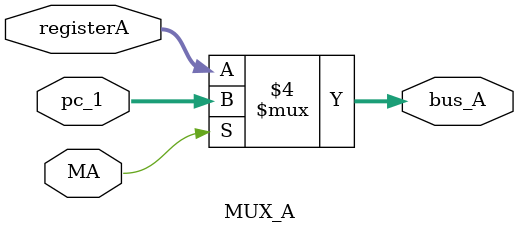
<source format=v>
`timescale 1ns / 1ps

module MUX_A(registerA,pc_1,bus_A,MA);
    input [7:0] registerA;
    input [7:0] pc_1;
    input MA;
    output reg [7:0] bus_A;
    always@(MA or pc_1 or registerA)
    begin
        if(MA == 0)
        begin
            bus_A = registerA;
        end
       else 
        begin
            bus_A = pc_1;
        end
        end
endmodule

</source>
